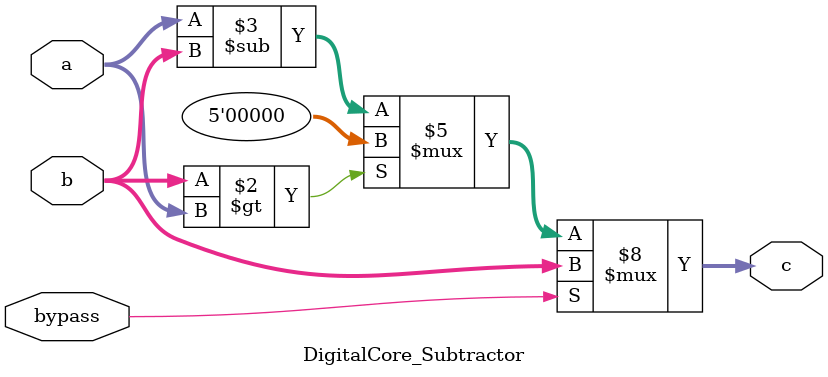
<source format=v>

`timescale 1ns/1ps

// no undeclared nets
//`default_nettype none

module DigitalCore_Subtractor(
    a,
    b,
    c,
    bypass

    );

    //-----------------------------------------------------------------------------------
    //  Parameters
    //-----------------------------------------------------------------------------------

    parameter               Width =             5;
    parameter               Bypass_Input_Is_b = "TRUE";

    //-----------------------------------------------------------------------------------
    //  Ports
    //-----------------------------------------------------------------------------------
    input wire                          bypass;
    input wire      [Width-1:0]         a;
    input wire      [Width-1:0]         b;
    output reg      [Width-1:0]         c;

    //-----------------------------------------------------------------------------------
    //  Internal Wires
    //-----------------------------------------------------------------------------------
    //-----------------------------------------------------------------------------------

    //-----------------------------------------------------------------------------------
    //  Gen Variables
    //-----------------------------------------------------------------------------------
    genvar                                  i;
    //-----------------------------------------------------------------------------------

    //-----------------------------------------------------------------------------------
    //  Assigns
    //-----------------------------------------------------------------------------------
    always @(*) begin
        if (bypass) begin
            if (Bypass_Input_Is_b == "TRUE") begin
                c <= b;
            end else begin
                c <= a;
            end
        end else begin
            if (b > a) begin
                c <= {Width{1'b0}};
            end else begin
                c <= a - b;
            end
        end
    end
    //-----------------------------------------------------------------------------------


endmodule


</source>
